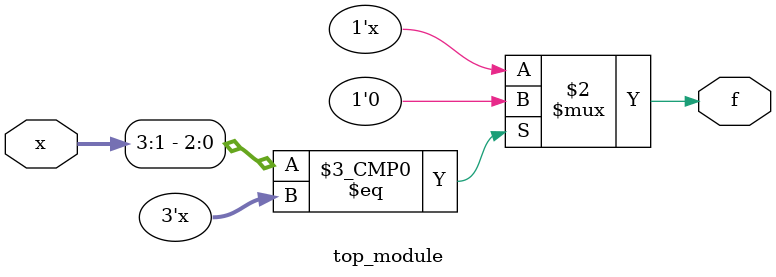
<source format=sv>
module top_module (
	input [4:1] x,
	output logic f
);
	
	always_comb begin
		case (x[3:0])
			4'bxxxx: f = 0; // in case of all don't cares, output 0
			4'b00xx: f = 1; // in case of x[3]=0, x[4]=0
			4'b01xx: f = 0; // in case of x[3]=0, x[4]=1
			4'b11xx: f = 1; // in case of x[3]=1, x[4]=1
			4'b10xx: f = 1; // in case of x[3]=1, x[4]=0
			default: f = 0; // default output
		endcase
	end
	
endmodule

</source>
